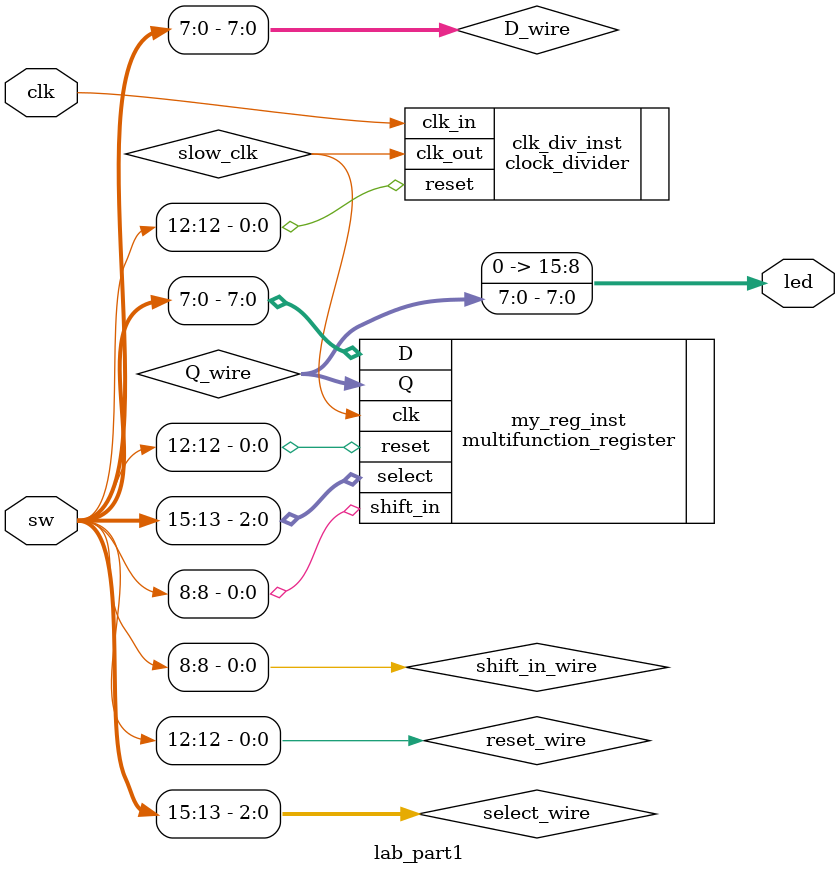
<source format=sv>
`timescale 1ns / 1ps


module lab_part1( //top module
    input logic clk,           
    input logic [15:0] sw,     
    output logic [15:0] led    
    );

    // Per Lab Manual Part 3 suggestions:
    // SW[15:13] -> Select Lines
    // SW[12]    -> Reset
    // SW[7:0]   -> Data Inputs (D)
    // SW[8]     -> Shift In 
    
    logic [2:0] select_wire;
    logic reset_wire;
    logic [7:0] D_wire;
    logic shift_in_wire;
    logic [7:0] Q_wire;
    logic slow_clk;

    assign select_wire   = sw[15:13]; // Switches 15, 14, 13
    assign reset_wire    = sw[12];    // Switch 12
    assign shift_in_wire = sw[8];     // Switch 8
    assign D_wire        = sw[7:0];   // Switches 7 down to 0
    
    // Connect output Q to the rightmost LEDs
    assign led[7:0] = Q_wire;
    
    assign led[15:8] = 8'b00000000;


    // The Basys3 clock is 100 MHz, in order  to slow it down:
    clock_divider clk_div_inst (
        .clk_in(clk),
        .reset(sw[12]),
        .clk_out(slow_clk)
    );


    multifunction_register my_reg_inst (
        .clk(slow_clk),         
        .reset(sw[12]),
        .select(select_wire),
        .D(D_wire),
        .shift_in(shift_in_wire),
        .Q(Q_wire)
    );

endmodule

</source>
